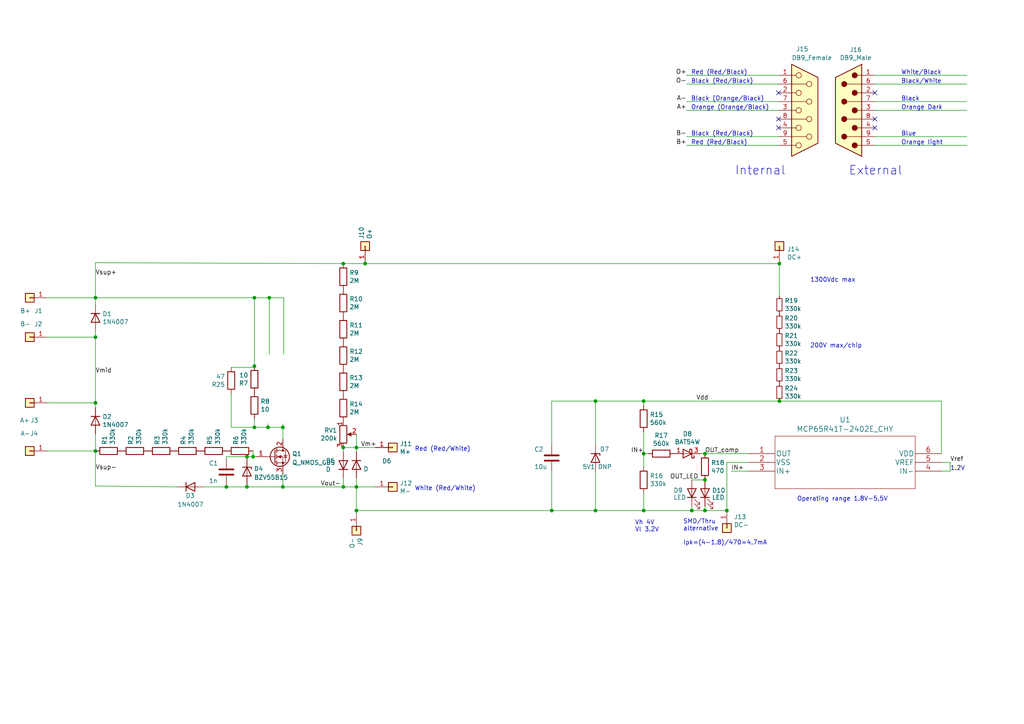
<source format=kicad_sch>
(kicad_sch (version 20211123) (generator eeschema)
  (paper "A4")
  (lib_symbols
    (symbol "Connector:DB9_Female" (pin_names (offset 1.016) hide)
      (property "Reference" "J" (at 0 13.97 0))
      (property "Value" "DB9_Female" (at 0 -14.605 0))
      (symbol "DB9_Female_0_1"
        (circle (center -1.778 -10.16) (radius 0.762))
        (circle (center -1.778 -5.08) (radius 0.762))
        (circle (center -1.778 0) (radius 0.762))
        (circle (center -1.778 5.08) (radius 0.762))
        (circle (center -1.778 10.16) (radius 0.762))
        (polyline (pts (xy -3.81 -10.16) (xy -2.54 -10.16)))
        (polyline (pts (xy -3.81 -7.62) (xy 0.508 -7.62)))
        (polyline (pts (xy -3.81 -5.08) (xy -2.54 -5.08)))
        (polyline (pts (xy -3.81 -2.54) (xy 0.508 -2.54)))
        (polyline (pts (xy -3.81 0) (xy -2.54 0)))
        (polyline (pts (xy -3.81 2.54) (xy 0.508 2.54)))
        (polyline (pts (xy -3.81 5.08) (xy -2.54 5.08)))
        (polyline (pts (xy -3.81 7.62) (xy 0.508 7.62)))
        (polyline (pts (xy -3.81 10.16) (xy -2.54 10.16)))
        (polyline (pts (xy -3.81 13.335) (xy -3.81 -13.335) (xy 3.81 -9.525) (xy 3.81 9.525) (xy -3.81 13.335)) (stroke (width 0.254)) (fill (type background)))
        (circle (center 1.27 -7.62) (radius 0.762))
        (circle (center 1.27 -2.54) (radius 0.762))
        (circle (center 1.27 2.54) (radius 0.762))
        (circle (center 1.27 7.62) (radius 0.762))
      )
      (symbol "DB9_Female_1_1"
        (pin passive line (at -7.62 10.16 0) (length 3.81) (name "1") (number "1"))
        (pin passive line (at -7.62 5.08 0) (length 3.81) (name "2") (number "2"))
        (pin passive line (at -7.62 0 0) (length 3.81) (name "3") (number "3"))
        (pin passive line (at -7.62 -5.08 0) (length 3.81) (name "4") (number "4"))
        (pin passive line (at -7.62 -10.16 0) (length 3.81) (name "5") (number "5"))
        (pin passive line (at -7.62 7.62 0) (length 3.81) (name "6") (number "6"))
        (pin passive line (at -7.62 2.54 0) (length 3.81) (name "7") (number "7"))
        (pin passive line (at -7.62 -2.54 0) (length 3.81) (name "8") (number "8"))
        (pin passive line (at -7.62 -7.62 0) (length 3.81) (name "9") (number "9"))
      )
    )
    (symbol "Connector:DB9_Male" (pin_names (offset 1.016) hide)
      (property "Reference" "J" (at 0 13.97 0))
      (property "Value" "DB9_Male" (at 0 -14.605 0))
      (symbol "DB9_Male_0_1"
        (circle (center -1.778 -10.16) (radius 0.762) (fill (type outline)))
        (circle (center -1.778 -5.08) (radius 0.762) (fill (type outline)))
        (circle (center -1.778 0) (radius 0.762) (fill (type outline)))
        (circle (center -1.778 5.08) (radius 0.762) (fill (type outline)))
        (circle (center -1.778 10.16) (radius 0.762) (fill (type outline)))
        (polyline (pts (xy -3.81 -10.16) (xy -2.54 -10.16)))
        (polyline (pts (xy -3.81 -7.62) (xy 0.508 -7.62)))
        (polyline (pts (xy -3.81 -5.08) (xy -2.54 -5.08)))
        (polyline (pts (xy -3.81 -2.54) (xy 0.508 -2.54)))
        (polyline (pts (xy -3.81 0) (xy -2.54 0)))
        (polyline (pts (xy -3.81 2.54) (xy 0.508 2.54)))
        (polyline (pts (xy -3.81 5.08) (xy -2.54 5.08)))
        (polyline (pts (xy -3.81 7.62) (xy 0.508 7.62)))
        (polyline (pts (xy -3.81 10.16) (xy -2.54 10.16)))
        (polyline (pts (xy -3.81 -13.335) (xy -3.81 13.335) (xy 3.81 9.525) (xy 3.81 -9.525) (xy -3.81 -13.335)) (stroke (width 0.254)) (fill (type background)))
        (circle (center 1.27 -7.62) (radius 0.762) (fill (type outline)))
        (circle (center 1.27 -2.54) (radius 0.762) (fill (type outline)))
        (circle (center 1.27 2.54) (radius 0.762) (fill (type outline)))
        (circle (center 1.27 7.62) (radius 0.762) (fill (type outline)))
      )
      (symbol "DB9_Male_1_1"
        (pin passive line (at -7.62 -10.16 0) (length 3.81) (name "1") (number "1"))
        (pin passive line (at -7.62 -5.08 0) (length 3.81) (name "2") (number "2"))
        (pin passive line (at -7.62 0 0) (length 3.81) (name "3") (number "3"))
        (pin passive line (at -7.62 5.08 0) (length 3.81) (name "4") (number "4"))
        (pin passive line (at -7.62 10.16 0) (length 3.81) (name "5") (number "5"))
        (pin passive line (at -7.62 -7.62 0) (length 3.81) (name "6") (number "6"))
        (pin passive line (at -7.62 -2.54 0) (length 3.81) (name "7") (number "7"))
        (pin passive line (at -7.62 2.54 0) (length 3.81) (name "8") (number "8"))
        (pin passive line (at -7.62 7.62 0) (length 3.81) (name "9") (number "9"))
      )
    )
    (symbol "Connector_Generic:Conn_01x01" (pin_names (offset 1.016) hide)
      (property "Reference" "J" (at 0 2.54 0))
      (property "Value" "Conn_01x01" (at 0 -2.54 0))
      (symbol "Conn_01x01_1_1"
        (rectangle (start -1.27 0.127) (end 0 -0.127) (stroke (width 0.1524)))
        (rectangle (start -1.27 1.27) (end 1.27 -1.27) (stroke (width 0.254)) (fill (type background)))
        (pin passive line (at -5.08 0 0) (length 3.81) (name "Pin_1") (number "1"))
      )
    )
    (symbol "Device:C" (pin_numbers hide) (pin_names (offset 0.254))
      (property "Reference" "C" (at 0.635 2.54 0))
      (property "Value" "C" (at 0.635 -2.54 0))
      (symbol "C_0_1"
        (polyline (pts (xy -2.032 -0.762) (xy 2.032 -0.762)) (stroke (width 0.508)))
        (polyline (pts (xy -2.032 0.762) (xy 2.032 0.762)) (stroke (width 0.508)))
      )
      (symbol "C_1_1"
        (pin passive line (at 0 3.81 270) (length 2.794) (name "~") (number "1"))
        (pin passive line (at 0 -3.81 90) (length 2.794) (name "~") (number "2"))
      )
    )
    (symbol "Device:D" (pin_numbers hide) (pin_names (offset 1.016) hide)
      (property "Reference" "D" (at 0 2.54 0))
      (property "Value" "D" (at 0 -2.54 0))
      (symbol "D_0_1"
        (polyline (pts (xy -1.27 1.27) (xy -1.27 -1.27)) (stroke (width 0.254)))
        (polyline (pts (xy 1.27 0) (xy -1.27 0)))
        (polyline (pts (xy 1.27 1.27) (xy 1.27 -1.27) (xy -1.27 0) (xy 1.27 1.27)) (stroke (width 0.254)))
      )
      (symbol "D_1_1"
        (pin passive line (at -3.81 0 0) (length 2.54) (name "K") (number "1"))
        (pin passive line (at 3.81 0 180) (length 2.54) (name "A") (number "2"))
      )
    )
    (symbol "Device:D_Zener" (pin_numbers hide) (pin_names (offset 1.016) hide)
      (property "Reference" "D" (at 0 2.54 0))
      (property "Value" "D_Zener" (at 0 -2.54 0))
      (symbol "D_Zener_0_1"
        (polyline (pts (xy 1.27 0) (xy -1.27 0)))
        (polyline (pts (xy -1.27 -1.27) (xy -1.27 1.27) (xy -0.762 1.27)) (stroke (width 0.254)))
        (polyline (pts (xy 1.27 -1.27) (xy 1.27 1.27) (xy -1.27 0) (xy 1.27 -1.27)) (stroke (width 0.254)))
      )
      (symbol "D_Zener_1_1"
        (pin passive line (at -3.81 0 0) (length 2.54) (name "K") (number "1"))
        (pin passive line (at 3.81 0 180) (length 2.54) (name "A") (number "2"))
      )
    )
    (symbol "Device:LED" (pin_numbers hide) (pin_names (offset 1.016) hide)
      (property "Reference" "D" (at 0 2.54 0))
      (property "Value" "LED" (at 0 -2.54 0))
      (symbol "LED_0_1"
        (polyline (pts (xy -1.27 -1.27) (xy -1.27 1.27)) (stroke (width 0.254)))
        (polyline (pts (xy -1.27 0) (xy 1.27 0)))
        (polyline (pts (xy 1.27 -1.27) (xy 1.27 1.27) (xy -1.27 0) (xy 1.27 -1.27)) (stroke (width 0.254)))
        (polyline (pts (xy -3.048 -0.762) (xy -4.572 -2.286) (xy -3.81 -2.286) (xy -4.572 -2.286) (xy -4.572 -1.524)))
        (polyline (pts (xy -1.778 -0.762) (xy -3.302 -2.286) (xy -2.54 -2.286) (xy -3.302 -2.286) (xy -3.302 -1.524)))
      )
      (symbol "LED_1_1"
        (pin passive line (at -3.81 0 0) (length 2.54) (name "K") (number "1"))
        (pin passive line (at 3.81 0 180) (length 2.54) (name "A") (number "2"))
      )
    )
    (symbol "Device:Q_NMOS_GDS" (pin_names (offset 0) hide)
      (property "Reference" "Q" (at 5.08 1.27 0))
      (property "Value" "Q_NMOS_GDS" (at 5.08 -1.27 0))
      (symbol "Q_NMOS_GDS_0_1"
        (polyline (pts (xy 0.254 0) (xy -2.54 0)))
        (polyline (pts (xy 0.254 1.905) (xy 0.254 -1.905)) (stroke (width 0.254)))
        (polyline (pts (xy 0.762 -1.27) (xy 0.762 -2.286)) (stroke (width 0.254)))
        (polyline (pts (xy 0.762 0.508) (xy 0.762 -0.508)) (stroke (width 0.254)))
        (polyline (pts (xy 0.762 2.286) (xy 0.762 1.27)) (stroke (width 0.254)))
        (polyline (pts (xy 2.54 2.54) (xy 2.54 1.778)))
        (polyline (pts (xy 2.54 -2.54) (xy 2.54 0) (xy 0.762 0)))
        (polyline (pts (xy 0.762 -1.778) (xy 3.302 -1.778) (xy 3.302 1.778) (xy 0.762 1.778)))
        (polyline (pts (xy 1.016 0) (xy 2.032 0.381) (xy 2.032 -0.381) (xy 1.016 0)) (fill (type outline)))
        (polyline (pts (xy 2.794 0.508) (xy 2.921 0.381) (xy 3.683 0.381) (xy 3.81 0.254)))
        (polyline (pts (xy 3.302 0.381) (xy 2.921 -0.254) (xy 3.683 -0.254) (xy 3.302 0.381)))
        (circle (center 1.651 0) (radius 2.794) (stroke (width 0.254)))
        (circle (center 2.54 -1.778) (radius 0.254) (fill (type outline)))
        (circle (center 2.54 1.778) (radius 0.254) (fill (type outline)))
      )
      (symbol "Q_NMOS_GDS_1_1"
        (pin input line (at -5.08 0 0) (length 2.54) (name "G") (number "1"))
        (pin passive line (at 2.54 5.08 270) (length 2.54) (name "D") (number "2"))
        (pin passive line (at 2.54 -5.08 90) (length 2.54) (name "S") (number "3"))
      )
    )
    (symbol "Device:R" (pin_numbers hide) (pin_names (offset 0))
      (property "Reference" "R" (at 2.032 0 90))
      (property "Value" "R" (at 0 0 90))
      (symbol "R_0_1"
        (rectangle (start -1.016 -2.54) (end 1.016 2.54) (stroke (width 0.254)))
      )
      (symbol "R_1_1"
        (pin passive line (at 0 3.81 270) (length 1.27) (name "~") (number "1"))
        (pin passive line (at 0 -3.81 90) (length 1.27) (name "~") (number "2"))
      )
    )
    (symbol "Device:R_POT" (pin_names (offset 1.016) hide)
      (property "Reference" "RV" (at -4.445 0 90))
      (property "Value" "Device_R_POT" (at -2.54 0 90))
      (symbol "R_POT_0_1"
        (polyline (pts (xy 2.54 0) (xy 1.524 0)))
        (polyline (pts (xy 1.143 0) (xy 2.286 0.508) (xy 2.286 -0.508) (xy 1.143 0)) (fill (type outline)))
        (rectangle (start 1.016 2.54) (end -1.016 -2.54) (stroke (width 0.254)))
      )
      (symbol "R_POT_1_1"
        (pin passive line (at 0 3.81 270) (length 1.27) (name "1") (number "1"))
        (pin passive line (at 3.81 0 180) (length 1.27) (name "2") (number "2"))
        (pin passive line (at 0 -3.81 90) (length 1.27) (name "3") (number "3"))
      )
    )
    (symbol "Device:R_Small" (pin_numbers hide) (pin_names (offset 0.254) hide)
      (property "Reference" "R" (at 0.762 0.508 0))
      (property "Value" "R_Small" (at 0.762 -1.016 0))
      (symbol "R_Small_0_1"
        (rectangle (start -0.762 1.778) (end 0.762 -1.778) (stroke (width 0.2032)))
      )
      (symbol "R_Small_1_1"
        (pin passive line (at 0 2.54 270) (length 0.762) (name "~") (number "1"))
        (pin passive line (at 0 -2.54 90) (length 0.762) (name "~") (number "2"))
      )
    )
    (symbol "Diode:1N4007" (pin_numbers hide) (pin_names (offset 1.016) hide)
      (property "Reference" "D" (at 0 2.54 0))
      (property "Value" "1N4007" (at 0 -2.54 0))
      (symbol "1N4007_0_1"
        (polyline (pts (xy -1.27 1.27) (xy -1.27 -1.27)) (stroke (width 0.254)))
        (polyline (pts (xy 1.27 0) (xy -1.27 0)))
        (polyline (pts (xy 1.27 1.27) (xy 1.27 -1.27) (xy -1.27 0) (xy 1.27 1.27)) (stroke (width 0.254)))
      )
      (symbol "1N4007_1_1"
        (pin passive line (at -3.81 0 0) (length 2.54) (name "K") (number "1"))
        (pin passive line (at 3.81 0 180) (length 2.54) (name "A") (number "2"))
      )
    )
    (symbol "Diode:BAT54W" (pin_names (offset 1.016) hide)
      (property "Reference" "D" (at 0 2.54 0))
      (property "Value" "BAT54W" (at 0 -2.54 0))
      (symbol "BAT54W_0_1"
        (polyline (pts (xy 1.27 0) (xy -1.27 0)))
        (polyline (pts (xy 1.27 1.27) (xy 1.27 -1.27) (xy -1.27 0) (xy 1.27 1.27)) (stroke (width 0.254)))
        (polyline (pts (xy -1.905 0.635) (xy -1.905 1.27) (xy -1.27 1.27) (xy -1.27 -1.27) (xy -0.635 -1.27) (xy -0.635 -0.635)) (stroke (width 0.254)))
      )
      (symbol "BAT54W_1_1"
        (pin passive line (at 3.81 0 180) (length 2.54) (name "A") (number "1"))
        (pin no_connect line (at 0 0 90) (length 2.54) hide (name "NC") (number "2"))
        (pin passive line (at -3.81 0 0) (length 2.54) (name "K") (number "3"))
      )
    )
    (symbol "Diode:BZV55B15" (pin_numbers hide) (pin_names (offset 1.016) hide)
      (property "Reference" "D" (at 0 2.54 0))
      (property "Value" "BZV55B15" (at 0 -2.54 0))
      (symbol "BZV55B15_0_1"
        (polyline (pts (xy 1.27 0) (xy -1.27 0)))
        (polyline (pts (xy -1.27 -1.27) (xy -1.27 1.27) (xy -0.762 1.27)) (stroke (width 0.254)))
        (polyline (pts (xy 1.27 -1.27) (xy 1.27 1.27) (xy -1.27 0) (xy 1.27 -1.27)) (stroke (width 0.254)))
      )
      (symbol "BZV55B15_1_1"
        (pin passive line (at -3.81 0 0) (length 2.54) (name "K") (number "1"))
        (pin passive line (at 3.81 0 180) (length 2.54) (name "A") (number "2"))
      )
    )
    (symbol "MCP65R41T-2402E:MCP65R41T-2402E_CHY" (pin_names (offset 0.254))
      (property "Reference" "U" (at 27.94 10.16 0))
      (property "Value" "MCP65R41T-2402E_CHY" (at 27.94 7.62 0))
      (symbol "MCP65R41T-2402E_CHY_1_1"
        (polyline (pts (xy 7.62 -10.16) (xy 48.26 -10.16)) (stroke (width 0.127)))
        (polyline (pts (xy 7.62 5.08) (xy 7.62 -10.16)) (stroke (width 0.127)))
        (polyline (pts (xy 48.26 -10.16) (xy 48.26 5.08)) (stroke (width 0.127)))
        (polyline (pts (xy 48.26 5.08) (xy 7.62 5.08)) (stroke (width 0.127)))
        (pin output line (at 0 0 0) (length 7.62) (name "OUT") (number "1"))
        (pin power_in line (at 0 -2.54 0) (length 7.62) (name "VSS") (number "2"))
        (pin input line (at 0 -5.08 0) (length 7.62) (name "IN+") (number "3"))
        (pin input line (at 55.88 -5.08 180) (length 7.62) (name "IN-") (number "4"))
        (pin power_in line (at 55.88 -2.54 180) (length 7.62) (name "VREF") (number "5"))
        (pin power_in line (at 55.88 0 180) (length 7.62) (name "VDD") (number "6"))
      )
    )
  )
  (junction (at 71.628 141.224))
  (junction (at 99.568 76.454))
  (junction (at 103.378 141.224))
  (junction (at 78.105 86.36))
  (junction (at 82.042 141.224))
  (junction (at 172.72 148.082))
  (junction (at 186.69 148.082))
  (junction (at 73.787 123.952))
  (junction (at 103.378 129.794))
  (junction (at 73.787 106.172))
  (junction (at 99.568 141.224))
  (junction (at 204.47 139.192))
  (junction (at 27.686 97.79))
  (junction (at 160.02 148.082))
  (junction (at 204.47 131.572))
  (junction (at 82.042 123.952))
  (junction (at 186.69 131.572))
  (junction (at 27.686 116.84))
  (junction (at 73.406 132.461))
  (junction (at 200.66 148.082))
  (junction (at 71.628 132.461))
  (junction (at 226.06 76.454))
  (junction (at 204.47 148.082))
  (junction (at 65.659 141.224))
  (junction (at 27.686 86.36))
  (junction (at 226.06 116.332))
  (junction (at 103.378 148.082))
  (junction (at 99.568 129.794))
  (junction (at 105.918 76.454))
  (junction (at 172.72 116.332))
  (junction (at 186.69 116.332))
  (junction (at 73.787 86.36))
  (junction (at 210.82 148.082))
  (junction (at 27.686 130.81))
  (junction (at 77.724 123.952))
  (no_connect (at 253.746 26.924))
  (no_connect (at 225.806 34.544))
  (no_connect (at 225.806 26.924))
  (no_connect (at 225.806 37.084))
  (no_connect (at 253.746 37.084))
  (no_connect (at 253.746 34.544))
  (wire (pts (xy 74.422 132.461) (xy 73.406 132.461)))
  (wire (pts (xy 186.69 131.572) (xy 186.69 135.382)))
  (wire (pts (xy 71.628 140.589) (xy 71.628 141.224)))
  (wire (pts (xy 27.686 86.36) (xy 27.686 88.392)))
  (wire (pts (xy 65.659 140.716) (xy 65.659 141.224)))
  (wire (pts (xy 73.406 130.81) (xy 73.406 132.461)))
  (wire (pts (xy 217.17 136.652) (xy 212.09 136.652)))
  (wire (pts (xy 77.724 122.936) (xy 77.724 123.952)))
  (wire (pts (xy 200.66 146.812) (xy 200.66 148.082)))
  (wire (pts (xy 199.136 32.004) (xy 225.806 32.004)))
  (wire (pts (xy 199.136 24.384) (xy 225.806 24.384)))
  (wire (pts (xy 253.746 29.464) (xy 280.416 29.464)))
  (wire (pts (xy 186.69 143.002) (xy 186.69 148.082)))
  (wire (pts (xy 99.568 141.224) (xy 103.378 141.224)))
  (wire (pts (xy 77.724 123.952) (xy 82.042 123.952)))
  (wire (pts (xy 204.47 148.082) (xy 204.47 146.812)))
  (wire (pts (xy 200.66 148.082) (xy 204.47 148.082)))
  (wire (pts (xy 187.96 131.572) (xy 186.69 131.572)))
  (wire (pts (xy 172.72 136.652) (xy 172.72 148.082)))
  (wire (pts (xy 280.416 24.384) (xy 253.746 24.384)))
  (wire (pts (xy 82.296 86.36) (xy 82.296 102.743)))
  (wire (pts (xy 73.406 132.461) (xy 71.628 132.461)))
  (wire (pts (xy 82.042 122.936) (xy 82.042 123.952)))
  (wire (pts (xy 172.72 129.032) (xy 172.72 116.332)))
  (wire (pts (xy 225.806 21.844) (xy 199.136 21.844)))
  (wire (pts (xy 27.686 76.2) (xy 27.686 86.36)))
  (wire (pts (xy 186.69 117.602) (xy 186.69 116.332)))
  (wire (pts (xy 200.66 139.192) (xy 204.47 139.192)))
  (wire (pts (xy 160.02 136.652) (xy 160.02 148.082)))
  (wire (pts (xy 172.72 116.332) (xy 186.69 116.332)))
  (wire (pts (xy 199.136 42.164) (xy 225.806 42.164)))
  (wire (pts (xy 160.02 148.082) (xy 172.72 148.082)))
  (wire (pts (xy 13.716 86.36) (xy 27.686 86.36)))
  (wire (pts (xy 51.435 141.224) (xy 27.686 140.97)))
  (wire (pts (xy 217.17 134.112) (xy 210.82 134.112)))
  (wire (pts (xy 99.568 131.064) (xy 99.568 129.794)))
  (wire (pts (xy 67.056 123.952) (xy 73.787 123.952)))
  (wire (pts (xy 253.746 39.624) (xy 280.416 39.624)))
  (wire (pts (xy 27.686 86.36) (xy 73.787 86.36)))
  (wire (pts (xy 13.716 130.81) (xy 27.686 130.81)))
  (wire (pts (xy 217.17 131.572) (xy 204.47 131.572)))
  (wire (pts (xy 210.82 134.112) (xy 210.82 148.082)))
  (wire (pts (xy 203.2 131.572) (xy 204.47 131.572)))
  (wire (pts (xy 67.056 114.173) (xy 67.056 123.952)))
  (wire (pts (xy 275.59 136.652) (xy 273.05 136.652)))
  (wire (pts (xy 160.02 116.332) (xy 172.72 116.332)))
  (wire (pts (xy 186.69 148.082) (xy 200.66 148.082)))
  (wire (pts (xy 73.787 106.172) (xy 73.787 106.553)))
  (wire (pts (xy 280.416 42.164) (xy 253.746 42.164)))
  (wire (pts (xy 71.628 141.224) (xy 82.042 141.224)))
  (wire (pts (xy 27.686 140.97) (xy 27.686 130.81)))
  (wire (pts (xy 59.055 141.224) (xy 65.659 141.224)))
  (wire (pts (xy 78.105 86.36) (xy 78.105 102.743)))
  (wire (pts (xy 65.659 133.096) (xy 65.659 132.461)))
  (wire (pts (xy 27.686 97.79) (xy 27.686 96.012)))
  (wire (pts (xy 103.378 129.794) (xy 99.568 129.794)))
  (wire (pts (xy 82.042 137.541) (xy 82.042 141.224)))
  (wire (pts (xy 172.72 148.082) (xy 186.69 148.082)))
  (wire (pts (xy 280.416 32.004) (xy 253.746 32.004)))
  (wire (pts (xy 27.686 125.857) (xy 27.686 130.81)))
  (wire (pts (xy 105.918 76.454) (xy 226.06 76.454)))
  (wire (pts (xy 73.787 86.36) (xy 78.105 86.36)))
  (wire (pts (xy 103.378 138.684) (xy 103.378 141.224)))
  (wire (pts (xy 13.716 97.79) (xy 27.686 97.79)))
  (wire (pts (xy 108.839 141.224) (xy 103.378 141.224)))
  (wire (pts (xy 82.042 123.952) (xy 82.042 127.381)))
  (wire (pts (xy 27.686 116.84) (xy 27.686 97.79)))
  (wire (pts (xy 226.06 76.454) (xy 226.06 85.852)))
  (wire (pts (xy 67.056 106.553) (xy 73.787 106.553)))
  (wire (pts (xy 275.59 134.112) (xy 275.59 136.652)))
  (wire (pts (xy 273.05 134.112) (xy 275.59 134.112)))
  (wire (pts (xy 210.82 148.082) (xy 204.47 148.082)))
  (wire (pts (xy 103.378 141.224) (xy 103.378 148.082)))
  (wire (pts (xy 65.659 141.224) (xy 71.628 141.224)))
  (wire (pts (xy 103.378 131.064) (xy 103.378 129.794)))
  (wire (pts (xy 27.686 118.237) (xy 27.686 116.84)))
  (wire (pts (xy 73.787 123.952) (xy 77.724 123.952)))
  (wire (pts (xy 73.787 86.36) (xy 73.787 106.172)))
  (wire (pts (xy 186.69 116.332) (xy 226.06 116.332)))
  (wire (pts (xy 160.02 129.032) (xy 160.02 116.332)))
  (wire (pts (xy 226.06 116.332) (xy 273.05 116.332)))
  (wire (pts (xy 105.918 76.454) (xy 99.568 76.454)))
  (wire (pts (xy 13.716 116.84) (xy 27.686 116.84)))
  (wire (pts (xy 225.806 39.624) (xy 199.136 39.624)))
  (wire (pts (xy 99.568 138.684) (xy 99.568 141.224)))
  (wire (pts (xy 73.787 121.412) (xy 73.787 123.952)))
  (wire (pts (xy 103.378 148.082) (xy 103.378 148.844)))
  (wire (pts (xy 186.69 125.222) (xy 186.69 131.572)))
  (wire (pts (xy 108.839 129.794) (xy 103.378 129.794)))
  (wire (pts (xy 71.628 132.461) (xy 71.628 132.969)))
  (wire (pts (xy 65.659 132.461) (xy 71.628 132.461)))
  (wire (pts (xy 103.378 148.082) (xy 160.02 148.082)))
  (wire (pts (xy 103.378 125.984) (xy 103.378 129.794)))
  (wire (pts (xy 99.568 76.454) (xy 27.686 76.2)))
  (wire (pts (xy 225.806 29.464) (xy 199.136 29.464)))
  (wire (pts (xy 273.05 131.572) (xy 273.05 116.332)))
  (wire (pts (xy 78.105 86.36) (xy 82.296 86.36)))
  (wire (pts (xy 82.042 141.224) (xy 99.568 141.224)))
  (wire (pts (xy 253.746 21.844) (xy 280.416 21.844)))
  (text "1.2V" (at 275.59 136.652 0) (effects (font (size 1.27 1.27)) (justify left bottom)))
  (text "Red (Red/Black)" (at 200.406 21.844 0) (effects (font (size 1.27 1.27)) (justify left bottom)))
  (text "Black (Orange/Black)" (at 200.406 29.464 0) (effects (font (size 1.27 1.27)) (justify left bottom)))
  (text "Black (Red/Black)" (at 200.406 24.384 0) (effects (font (size 1.27 1.27)) (justify left bottom)))
  (text "Orange light" (at 261.366 42.164 0) (effects (font (size 1.27 1.27)) (justify left bottom)))
  (text "Black" (at 261.366 29.464 0) (effects (font (size 1.27 1.27)) (justify left bottom)))
  (text "Black/White" (at 261.366 24.384 0) (effects (font (size 1.27 1.27)) (justify left bottom)))
  (text "Orange (Orange/Black)" (at 200.406 32.004 0) (effects (font (size 1.27 1.27)) (justify left bottom)))
  (text "Red (Red/Black)" (at 200.406 42.164 0) (effects (font (size 1.27 1.27)) (justify left bottom)))
  (text "White (Red/White)" (at 120.269 142.494 0) (effects (font (size 1.27 1.27)) (justify left bottom)))
  (text "Blue" (at 261.366 39.624 0) (effects (font (size 1.27 1.27)) (justify left bottom)))
  (text "200V max/chip" (at 234.95 101.092 0) (effects (font (size 1.27 1.27)) (justify left bottom)))
  (text "Orange Dark" (at 261.366 32.004 0) (effects (font (size 1.27 1.27)) (justify left bottom)))
  (text "Red (Red/White)" (at 120.269 131.064 0) (effects (font (size 1.27 1.27)) (justify left bottom)))
  (text "Black (Red/Black)" (at 200.406 39.624 0) (effects (font (size 1.27 1.27)) (justify left bottom)))
  (text "1300Vdc max" (at 234.95 82.042 0) (effects (font (size 1.27 1.27)) (justify left bottom)))
  (text "Vh 4V\nVl 3.2V" (at 184.15 154.432 0) (effects (font (size 1.27 1.27)) (justify left bottom)))
  (text "External" (at 246.126 51.054 0) (effects (font (size 2.54 2.54)) (justify left bottom)))
  (text "Internal" (at 213.106 51.054 0) (effects (font (size 2.54 2.54)) (justify left bottom)))
  (text "Operating range 1.8V-5.5V" (at 231.14 145.542 0) (effects (font (size 1.27 1.27)) (justify left bottom)))
  (text "SMD/Thru\nalternative\n\nIpk=(4-1.8)/470=4.7mA" (at 198.12 158.242 0) (effects (font (size 1.27 1.27)) (justify left bottom)))
  (text "White/Black" (at 261.366 21.844 0) (effects (font (size 1.27 1.27)) (justify left bottom)))
  (label "IN+" (at 212.09 136.652 0))
  (label "Vsup-" (at 27.686 136.525 0))
  (label "OUT_comp" (at 204.47 131.572 0))
  (label "IN+" (at 186.69 131.572 180))
  (label "Vm+" (at 104.648 129.794 0))
  (label "B+" (at 199.136 42.164 180))
  (label "O-" (at 199.136 24.384 180))
  (label "Vref" (at 275.59 134.112 0))
  (label "OUT_LED" (at 202.565 139.192 180))
  (label "Vmid" (at 27.686 108.458 0))
  (label "O+" (at 199.136 21.844 180))
  (label "B-" (at 199.136 39.624 180))
  (label "Vout-" (at 92.964 141.224 0))
  (label "Vsup+" (at 27.686 80.01 0))
  (label "A+" (at 199.136 32.004 180))
  (label "Vdd" (at 201.93 116.332 0))
  (label "A-" (at 199.136 29.464 180))
  (symbol (lib_id "Device:R_Small") (at 226.06 103.632 0) (unit 1)
    (property "Reference" "R22" (at 227.5586 102.4636 0) (effects (justify left)))
    (property "Value" "330k" (at 227.5586 104.775 0) (effects (justify left)))
    (property "Footprint" "Resistor_SMD:R_1206_3216Metric_Pad1.30x1.75mm_HandSolder" (effects hide))
  )
  (symbol (lib_id "Connector_Generic:Conn_01x01") (at 8.636 97.79 180) (unit 1)
    (property "Reference" "J2" (at 9.906 93.98 0) (effects (justify right)))
    (property "Value" "B-" (at 7.366 93.98 0))
    (property "Footprint" "TestPoint:TestPoint_THTPad_D4.0mm_Drill2.0mm" (effects hide))
  )
  (symbol (lib_id "Device:LED") (at 200.66 143.002 90) (unit 1)
    (property "Reference" "D9" (at 195.326 142.24 90) (effects (justify right)))
    (property "Value" "LED" (at 195.326 144.272 90) (effects (justify right)))
    (property "Footprint" "LED_SMD:LED_0805_2012Metric_Pad1.15x1.40mm_HandSolder" (effects hide))
  )
  (symbol (lib_id "Device:R") (at 54.356 130.81 90) (unit 1)
    (property "Reference" "R4" (at 53.1876 129.032 0) (effects (justify left)))
    (property "Value" "330k" (at 55.499 129.032 0) (effects (justify left)))
    (property "Footprint" "Resistor_SMD:R_1206_3216Metric_Pad1.30x1.75mm_HandSolder" (effects hide))
  )
  (symbol (lib_id "Device:R_Small") (at 226.06 113.792 0) (unit 1)
    (property "Reference" "R24" (at 227.5586 112.6236 0) (effects (justify left)))
    (property "Value" "330k" (at 227.5586 114.935 0) (effects (justify left)))
    (property "Footprint" "Resistor_SMD:R_1206_3216Metric_Pad1.30x1.75mm_HandSolder" (effects hide))
  )
  (symbol (lib_id "Diode:1N4007") (at 27.686 122.047 270) (unit 1)
    (property "Reference" "D2" (at 29.6926 120.8786 90) (effects (justify left)))
    (property "Value" "1N4007" (at 29.6926 123.19 90) (effects (justify left)))
    (property "Footprint" "Diode_THT:D_DO-41_SOD81_P10.16mm_Horizontal" (effects hide))
    (property "Datasheet" "http://www.vishay.com/docs/88503/1n4001.pdf" (effects hide))
  )
  (symbol (lib_id "Device:R_Small") (at 226.06 108.712 0) (unit 1)
    (property "Reference" "R23" (at 227.5586 107.5436 0) (effects (justify left)))
    (property "Value" "330k" (at 227.5586 109.855 0) (effects (justify left)))
    (property "Footprint" "Resistor_SMD:R_1206_3216Metric_Pad1.30x1.75mm_HandSolder" (effects hide))
  )
  (symbol (lib_id "Device:D") (at 99.568 134.874 270) (mirror x) (unit 1)
    (property "Reference" "D5" (at 94.488 133.604 90) (effects (justify left)))
    (property "Value" "D" (at 94.488 136.144 90) (effects (justify left)))
    (property "Footprint" "Diode_SMD:D_MiniMELF" (effects hide))
  )
  (symbol (lib_id "Device:R_Small") (at 226.06 98.552 0) (unit 1)
    (property "Reference" "R21" (at 227.5586 97.3836 0) (effects (justify left)))
    (property "Value" "330k" (at 227.5586 99.695 0) (effects (justify left)))
    (property "Footprint" "Resistor_SMD:R_1206_3216Metric_Pad1.30x1.75mm_HandSolder" (effects hide))
  )
  (symbol (lib_id "Connector_Generic:Conn_01x01") (at 113.919 141.224 0) (unit 1)
    (property "Reference" "J12" (at 115.951 140.1572 0) (effects (justify left)))
    (property "Value" "M-" (at 115.951 142.4686 0) (effects (justify left)))
    (property "Footprint" "TestPoint:TestPoint_THTPad_D2.5mm_Drill1.2mm" (effects hide))
  )
  (symbol (lib_id "Device:R") (at 99.568 118.364 0) (unit 1)
    (property "Reference" "R14" (at 101.346 117.1956 0) (effects (justify left)))
    (property "Value" "2M" (at 101.346 119.507 0) (effects (justify left)))
    (property "Footprint" "Resistor_SMD:R_1206_3216Metric_Pad1.30x1.75mm_HandSolder" (effects hide))
  )
  (symbol (lib_id "Device:R") (at 204.47 135.382 0) (unit 1)
    (property "Reference" "R18" (at 206.248 134.2136 0) (effects (justify left)))
    (property "Value" "470" (at 206.248 136.525 0) (effects (justify left)))
    (property "Footprint" "Resistor_SMD:R_0805_2012Metric_Pad1.20x1.40mm_HandSolder" (effects hide))
  )
  (symbol (lib_id "Device:R_Small") (at 226.06 88.392 0) (unit 1)
    (property "Reference" "R19" (at 227.5586 87.2236 0) (effects (justify left)))
    (property "Value" "330k" (at 227.5586 89.535 0) (effects (justify left)))
    (property "Footprint" "Resistor_SMD:R_1206_3216Metric_Pad1.30x1.75mm_HandSolder" (effects hide))
  )
  (symbol (lib_id "Device:R") (at 186.69 139.192 180) (unit 1)
    (property "Reference" "R16" (at 188.468 138.0236 0) (effects (justify right)))
    (property "Value" "330k" (at 188.468 140.335 0) (effects (justify right)))
    (property "Footprint" "Resistor_SMD:R_0805_2012Metric_Pad1.20x1.40mm_HandSolder" (effects hide))
  )
  (symbol (lib_id "Connector_Generic:Conn_01x01") (at 8.636 130.81 180) (unit 1)
    (property "Reference" "J4" (at 9.906 125.73 0))
    (property "Value" "A-" (at 7.366 125.73 0))
    (property "Footprint" "TestPoint:TestPoint_THTPad_D4.0mm_Drill2.0mm" (effects hide))
  )
  (symbol (lib_id "Diode:BZV55B15") (at 71.628 136.779 270) (unit 1)
    (property "Reference" "D4" (at 73.66 135.9443 90) (effects (justify left)))
    (property "Value" "BZV55B15" (at 73.66 138.4812 90) (effects (justify left)))
    (property "Footprint" "Diode_SMD:D_MiniMELF" (effects hide))
    (property "Datasheet" "https://assets.nexperia.com/documents/data-sheet/BZV55_SER.pdf" (effects hide))
  )
  (symbol (lib_id "Device:LED") (at 204.47 143.002 90) (unit 1)
    (property "Reference" "D10" (at 206.502 142.24 90) (effects (justify right)))
    (property "Value" "LED" (at 206.502 144.272 90) (effects (justify right)))
    (property "Footprint" "LED_THT:LED_D5.0mm" (effects hide))
  )
  (symbol (lib_id "Device:R_POT") (at 99.568 125.984 0) (unit 1)
    (property "Reference" "RV1" (at 97.8154 124.8156 0) (effects (justify right)))
    (property "Value" "200k" (at 97.8154 127.127 0) (effects (justify right)))
    (property "Footprint" "Potentiometer_THT:Potentiometer_Bourns_3266Y_Vertical" (effects hide))
  )
  (symbol (lib_id "Device:R") (at 99.568 95.504 0) (unit 1)
    (property "Reference" "R11" (at 101.346 94.3356 0) (effects (justify left)))
    (property "Value" "2M" (at 101.346 96.647 0) (effects (justify left)))
    (property "Footprint" "Resistor_SMD:R_1206_3216Metric_Pad1.30x1.75mm_HandSolder" (effects hide))
  )
  (symbol (lib_id "Device:R") (at 31.496 130.81 90) (unit 1)
    (property "Reference" "R1" (at 30.3276 129.032 0) (effects (justify left)))
    (property "Value" "330k" (at 32.639 129.032 0) (effects (justify left)))
    (property "Footprint" "Resistor_SMD:R_1206_3216Metric_Pad1.30x1.75mm_HandSolder" (effects hide))
  )
  (symbol (lib_id "Connector_Generic:Conn_01x01") (at 8.636 116.84 180) (unit 1)
    (property "Reference" "J3" (at 11.176 121.92 0) (effects (justify left)))
    (property "Value" "A+" (at 8.636 121.92 0) (effects (justify left)))
    (property "Footprint" "TestPoint:TestPoint_THTPad_D4.0mm_Drill2.0mm" (effects hide))
  )
  (symbol (lib_id "Device:R") (at 73.787 109.982 180) (unit 1)
    (property "Reference" "R7" (at 72.009 111.1504 0) (effects (justify left)))
    (property "Value" "10" (at 72.009 108.839 0) (effects (justify left)))
    (property "Footprint" "footprints:THS2510RJ" (effects hide))
  )
  (symbol (lib_id "Device:R") (at 73.787 117.602 0) (unit 1)
    (property "Reference" "R8" (at 75.565 116.4336 0) (effects (justify left)))
    (property "Value" "10" (at 75.565 118.745 0) (effects (justify left)))
    (property "Footprint" "footprints:THS2510RJ" (effects hide))
  )
  (symbol (lib_id "Device:R") (at 46.736 130.81 90) (unit 1)
    (property "Reference" "R3" (at 45.5676 129.032 0) (effects (justify left)))
    (property "Value" "330k" (at 47.879 129.032 0) (effects (justify left)))
    (property "Footprint" "Resistor_SMD:R_1206_3216Metric_Pad1.30x1.75mm_HandSolder" (effects hide))
  )
  (symbol (lib_id "Connector_Generic:Conn_01x01") (at 226.06 71.374 90) (unit 1)
    (property "Reference" "J14" (at 228.2952 72.2884 90) (effects (justify right)))
    (property "Value" "DC+" (at 228.2952 74.5998 90) (effects (justify right)))
    (property "Footprint" "TestPoint:TestPoint_THTPad_D2.5mm_Drill1.2mm" (effects hide))
  )
  (symbol (lib_id "Device:R") (at 69.596 130.81 90) (unit 1)
    (property "Reference" "R6" (at 68.4276 129.032 0) (effects (justify left)))
    (property "Value" "330k" (at 70.739 129.032 0) (effects (justify left)))
    (property "Footprint" "Resistor_SMD:R_1206_3216Metric_Pad1.30x1.75mm_HandSolder" (effects hide))
  )
  (symbol (lib_id "Connector_Generic:Conn_01x01") (at 105.918 71.374 90) (unit 1)
    (property "Reference" "J10" (at 104.8512 69.342 0) (effects (justify left)))
    (property "Value" "O+" (at 107.1626 69.342 0) (effects (justify left)))
    (property "Footprint" "TestPoint:TestPoint_THTPad_D4.0mm_Drill2.0mm" (effects hide))
  )
  (symbol (lib_id "Diode:1N4007") (at 27.686 92.202 270) (unit 1)
    (property "Reference" "D1" (at 29.6926 91.0336 90) (effects (justify left)))
    (property "Value" "1N4007" (at 29.6926 93.345 90) (effects (justify left)))
    (property "Footprint" "Diode_THT:D_DO-41_SOD81_P10.16mm_Horizontal" (effects hide))
    (property "Datasheet" "http://www.vishay.com/docs/88503/1n4001.pdf" (effects hide))
  )
  (symbol (lib_id "Connector_Generic:Conn_01x01") (at 113.919 129.794 0) (unit 1)
    (property "Reference" "J11" (at 115.951 128.7272 0) (effects (justify left)))
    (property "Value" "M+" (at 115.951 131.0386 0) (effects (justify left)))
    (property "Footprint" "TestPoint:TestPoint_THTPad_D2.5mm_Drill1.2mm" (effects hide))
  )
  (symbol (lib_id "Device:R") (at 99.568 103.124 0) (unit 1)
    (property "Reference" "R12" (at 101.346 101.9556 0) (effects (justify left)))
    (property "Value" "2M" (at 101.346 104.267 0) (effects (justify left)))
    (property "Footprint" "Resistor_SMD:R_1206_3216Metric_Pad1.30x1.75mm_HandSolder" (effects hide))
  )
  (symbol (lib_id "Connector_Generic:Conn_01x01") (at 103.378 153.924 270) (unit 1)
    (property "Reference" "J9" (at 104.4448 155.956 0) (effects (justify left)))
    (property "Value" "O-" (at 102.1334 155.956 0) (effects (justify left)))
    (property "Footprint" "TestPoint:TestPoint_THTPad_D4.0mm_Drill2.0mm" (effects hide))
  )
  (symbol (lib_id "Diode:1N4007") (at 55.245 141.224 0) (unit 1)
    (property "Reference" "D3" (at 56.515 143.764 0) (effects (justify right)))
    (property "Value" "1N4007" (at 59.055 146.304 0) (effects (justify right)))
    (property "Footprint" "Diode_THT:D_DO-41_SOD81_P10.16mm_Horizontal" (effects hide))
    (property "Datasheet" "http://www.vishay.com/docs/88503/1n4001.pdf" (effects hide))
  )
  (symbol (lib_id "MCP65R41T-2402E:MCP65R41T-2402E_CHY") (at 217.17 131.572 0) (unit 1)
    (property "Reference" "U1" (at 245.11 121.7422 0) (effects (font (size 1.524 1.524))))
    (property "Value" "MCP65R41T-2402E_CHY" (at 245.11 124.4346 0) (effects (font (size 1.524 1.524))))
    (property "Footprint" "footprints:MCP65R41T-2402E" (effects hide))
  )
  (symbol (lib_id "Device:R") (at 186.69 121.412 180) (unit 1)
    (property "Reference" "R15" (at 188.468 120.2436 0) (effects (justify right)))
    (property "Value" "560k" (at 188.468 122.555 0) (effects (justify right)))
    (property "Footprint" "Resistor_SMD:R_0805_2012Metric_Pad1.20x1.40mm_HandSolder" (effects hide))
  )
  (symbol (lib_id "Device:C") (at 160.02 132.842 0) (unit 1)
    (property "Reference" "C2" (at 154.94 130.302 0) (effects (justify left)))
    (property "Value" "10u" (at 154.94 135.382 0) (effects (justify left)))
    (property "Footprint" "Capacitor_SMD:C_0805_2012Metric_Pad1.18x1.45mm_HandSolder" (effects hide))
  )
  (symbol (lib_id "Device:R") (at 99.568 80.264 0) (unit 1)
    (property "Reference" "R9" (at 101.346 79.0956 0) (effects (justify left)))
    (property "Value" "2M" (at 101.346 81.407 0) (effects (justify left)))
    (property "Footprint" "Resistor_SMD:R_1206_3216Metric_Pad1.30x1.75mm_HandSolder" (effects hide))
  )
  (symbol (lib_id "Device:Q_NMOS_GDS") (at 79.502 132.461 0) (unit 1)
    (property "Reference" "Q1" (at 84.709 131.6263 0) (effects (justify left)))
    (property "Value" "Q_NMOS_GDS" (at 84.709 134.1632 0) (effects (justify left)))
    (property "Footprint" "Package_TO_SOT_THT:TO-247-3_Horizontal_TabDown" (effects hide))
  )
  (symbol (lib_id "Connector:DB9_Female") (at 233.426 32.004 0) (unit 1)
    (property "Reference" "J15" (at 230.886 14.224 0) (effects (justify left)))
    (property "Value" "DB9_Female" (at 229.616 16.764 0) (effects (justify left)))
    (property "Datasheet" " ~" (effects hide))
  )
  (symbol (lib_id "Device:R") (at 191.77 131.572 270) (unit 1)
    (property "Reference" "R17" (at 191.77 126.3142 90))
    (property "Value" "560k" (at 191.77 128.6256 90))
    (property "Footprint" "Resistor_SMD:R_0805_2012Metric_Pad1.20x1.40mm_HandSolder" (effects hide))
  )
  (symbol (lib_id "Device:R") (at 99.568 110.744 0) (unit 1)
    (property "Reference" "R13" (at 101.346 109.5756 0) (effects (justify left)))
    (property "Value" "2M" (at 101.346 111.887 0) (effects (justify left)))
    (property "Footprint" "Resistor_SMD:R_1206_3216Metric_Pad1.30x1.75mm_HandSolder" (effects hide))
  )
  (symbol (lib_id "Device:R") (at 67.056 110.363 180) (unit 1)
    (property "Reference" "R25" (at 65.278 111.5314 0) (effects (justify left)))
    (property "Value" "47" (at 65.278 109.22 0) (effects (justify left)))
    (property "Footprint" "footprints:HSC100" (effects hide))
  )
  (symbol (lib_id "Device:R") (at 39.116 130.81 90) (unit 1)
    (property "Reference" "R2" (at 37.9476 129.032 0) (effects (justify left)))
    (property "Value" "330k" (at 40.259 129.032 0) (effects (justify left)))
    (property "Footprint" "Resistor_SMD:R_1206_3216Metric_Pad1.30x1.75mm_HandSolder" (effects hide))
  )
  (symbol (lib_id "Device:D_Zener") (at 172.72 132.842 270) (unit 1)
    (property "Reference" "D7" (at 173.99 130.302 90) (effects (justify left)))
    (property "Value" "5V1 DNP" (at 168.91 135.382 90) (effects (justify left)))
    (property "Footprint" "Diode_SMD:D_MiniMELF" (effects hide))
  )
  (symbol (lib_id "Connector_Generic:Conn_01x01") (at 210.82 153.162 270) (unit 1)
    (property "Reference" "J13" (at 212.852 149.9108 90) (effects (justify left)))
    (property "Value" "DC-" (at 212.852 152.2222 90) (effects (justify left)))
    (property "Footprint" "TestPoint:TestPoint_THTPad_D2.5mm_Drill1.2mm" (effects hide))
  )
  (symbol (lib_id "Device:R") (at 61.976 130.81 90) (unit 1)
    (property "Reference" "R5" (at 60.8076 129.032 0) (effects (justify left)))
    (property "Value" "330k" (at 63.119 129.032 0) (effects (justify left)))
    (property "Footprint" "Resistor_SMD:R_1206_3216Metric_Pad1.30x1.75mm_HandSolder" (effects hide))
  )
  (symbol (lib_id "Diode:BAT54W") (at 199.39 131.572 180) (unit 1)
    (property "Reference" "D8" (at 199.39 125.857 0))
    (property "Value" "BAT54W" (at 199.39 128.1684 0))
    (property "Footprint" "Package_TO_SOT_SMD:SOT-23" (effects hide))
    (property "Datasheet" "https://assets.nexperia.com/documents/data-sheet/BAT54W_SER.pdf" (effects hide))
  )
  (symbol (lib_id "Device:C") (at 65.659 136.906 0) (unit 1)
    (property "Reference" "C1" (at 60.579 134.366 0) (effects (justify left)))
    (property "Value" "1n" (at 60.579 139.446 0) (effects (justify left)))
    (property "Footprint" "Capacitor_SMD:C_0805_2012Metric_Pad1.18x1.45mm_HandSolder" (effects hide))
  )
  (symbol (lib_id "Device:D") (at 103.378 134.874 270) (unit 1)
    (property "Reference" "D6" (at 110.8456 133.7056 90) (effects (justify left)))
    (property "Value" "D" (at 105.3846 136.017 90) (effects (justify left)))
    (property "Footprint" "Diode_SMD:D_MiniMELF" (effects hide))
  )
  (symbol (lib_id "Connector:DB9_Male") (at 246.126 32.004 180) (unit 1)
    (property "Reference" "J16" (at 248.2088 14.4272 0))
    (property "Value" "DB9_Male" (at 248.2088 16.7386 0))
    (property "Datasheet" " ~" (effects hide))
  )
  (symbol (lib_id "Connector_Generic:Conn_01x01") (at 8.636 86.36 180) (unit 1)
    (property "Reference" "J1" (at 11.176 90.17 0))
    (property "Value" "B+" (at 7.366 90.17 0))
    (property "Footprint" "TestPoint:TestPoint_THTPad_D4.0mm_Drill2.0mm" (effects hide))
  )
  (symbol (lib_id "Device:R") (at 99.568 87.884 0) (unit 1)
    (property "Reference" "R10" (at 101.346 86.7156 0) (effects (justify left)))
    (property "Value" "2M" (at 101.346 89.027 0) (effects (justify left)))
    (property "Footprint" "Resistor_SMD:R_1206_3216Metric_Pad1.30x1.75mm_HandSolder" (effects hide))
  )
  (symbol (lib_id "Device:R_Small") (at 226.06 93.472 0) (unit 1)
    (property "Reference" "R20" (at 227.5586 92.3036 0) (effects (justify left)))
    (property "Value" "330k" (at 227.5586 94.615 0) (effects (justify left)))
    (property "Footprint" "Resistor_SMD:R_1206_3216Metric_Pad1.30x1.75mm_HandSolder" (effects hide))
  )
)
</source>
